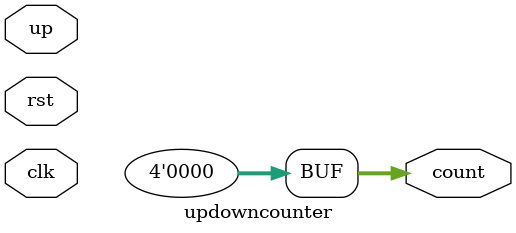
<source format=sv>
module updowncounter
  (
   input logic        clk,
   input logic        rst,
   input logic        up,
   output logic [3:0] count
   );

   // insert your code here
   assign count = 0;

endmodule

</source>
